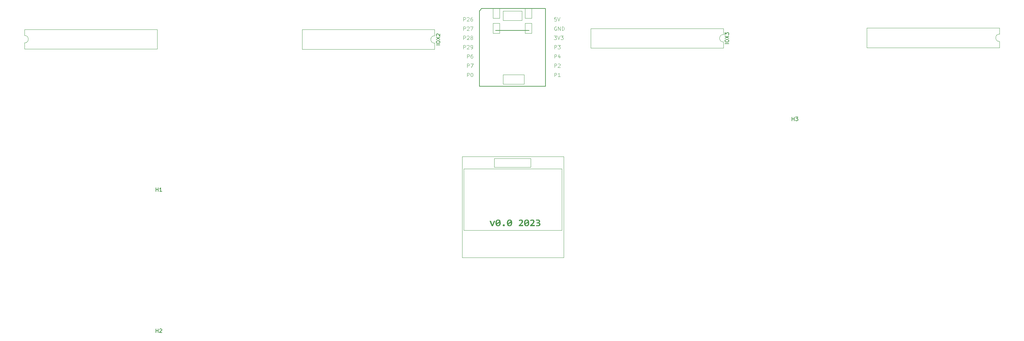
<source format=gbr>
G04 #@! TF.GenerationSoftware,KiCad,Pcbnew,7.0.2*
G04 #@! TF.CreationDate,2023-11-12T18:32:46-08:00*
G04 #@! TF.ProjectId,nomi_hw,6e6f6d69-5f68-4772-9e6b-696361645f70,rev?*
G04 #@! TF.SameCoordinates,Original*
G04 #@! TF.FileFunction,Legend,Top*
G04 #@! TF.FilePolarity,Positive*
%FSLAX46Y46*%
G04 Gerber Fmt 4.6, Leading zero omitted, Abs format (unit mm)*
G04 Created by KiCad (PCBNEW 7.0.2) date 2023-11-12 18:32:46*
%MOMM*%
%LPD*%
G01*
G04 APERTURE LIST*
%ADD10C,0.400000*%
%ADD11C,0.150000*%
%ADD12C,0.100000*%
%ADD13C,0.120000*%
%ADD14C,0.127000*%
%ADD15C,0.066040*%
G04 APERTURE END LIST*
D10*
G36*
X167971109Y-81660000D02*
G01*
X167585205Y-81660000D01*
X167031751Y-80253161D01*
X167405443Y-80253161D01*
X167695115Y-81068443D01*
X167781577Y-81331737D01*
X167867062Y-81079678D01*
X168159665Y-80253161D01*
X168519678Y-80253161D01*
X167971109Y-81660000D01*
G37*
G36*
X169359581Y-79847196D02*
G01*
X169386727Y-79848561D01*
X169413470Y-79850836D01*
X169439810Y-79854022D01*
X169465746Y-79858118D01*
X169491278Y-79863124D01*
X169516407Y-79869040D01*
X169541133Y-79875867D01*
X169565454Y-79883603D01*
X169589372Y-79892250D01*
X169605094Y-79898520D01*
X169628232Y-79908748D01*
X169650752Y-79920015D01*
X169672654Y-79932321D01*
X169693937Y-79945667D01*
X169714602Y-79960051D01*
X169734649Y-79975474D01*
X169754078Y-79991936D01*
X169772889Y-80009437D01*
X169791081Y-80027977D01*
X169808655Y-80047556D01*
X169820027Y-80061186D01*
X169836624Y-80082439D01*
X169852525Y-80104800D01*
X169867731Y-80128269D01*
X169882241Y-80152846D01*
X169896055Y-80178530D01*
X169904878Y-80196268D01*
X169913393Y-80214498D01*
X169921598Y-80233221D01*
X169929494Y-80252436D01*
X169937080Y-80272143D01*
X169944358Y-80292343D01*
X169951327Y-80313035D01*
X169957986Y-80334219D01*
X169961200Y-80344996D01*
X169967352Y-80366884D01*
X169973107Y-80389318D01*
X169978465Y-80412298D01*
X169983426Y-80435824D01*
X169987990Y-80459895D01*
X169992158Y-80484512D01*
X169995928Y-80509675D01*
X169999302Y-80535383D01*
X170002278Y-80561638D01*
X170004858Y-80588437D01*
X170007041Y-80615783D01*
X170008827Y-80643674D01*
X170010216Y-80672112D01*
X170011209Y-80701094D01*
X170011804Y-80730623D01*
X170012002Y-80760697D01*
X170011813Y-80787993D01*
X170011247Y-80814927D01*
X170010302Y-80841498D01*
X170008980Y-80867706D01*
X170007280Y-80893552D01*
X170005202Y-80919035D01*
X170002746Y-80944156D01*
X169999912Y-80968914D01*
X169996701Y-80993310D01*
X169993112Y-81017343D01*
X169989145Y-81041014D01*
X169984800Y-81064322D01*
X169980077Y-81087267D01*
X169974977Y-81109850D01*
X169969498Y-81132070D01*
X169963642Y-81153928D01*
X169957483Y-81175336D01*
X169950972Y-81196327D01*
X169944110Y-81216903D01*
X169936898Y-81237062D01*
X169929334Y-81256806D01*
X169921419Y-81276134D01*
X169913153Y-81295045D01*
X169904535Y-81313541D01*
X169895567Y-81331621D01*
X169886248Y-81349284D01*
X169876577Y-81366532D01*
X169866556Y-81383364D01*
X169850865Y-81407832D01*
X169834384Y-81431363D01*
X169822958Y-81446531D01*
X169805200Y-81468386D01*
X169786728Y-81489253D01*
X169767544Y-81509132D01*
X169747648Y-81528024D01*
X169727038Y-81545929D01*
X169705716Y-81562846D01*
X169683681Y-81578776D01*
X169660934Y-81593718D01*
X169637474Y-81607673D01*
X169613301Y-81620640D01*
X169596789Y-81628736D01*
X169571533Y-81639911D01*
X169545590Y-81649986D01*
X169518960Y-81658961D01*
X169491643Y-81666838D01*
X169463639Y-81673616D01*
X169434948Y-81679295D01*
X169415439Y-81682470D01*
X169395625Y-81685157D01*
X169375505Y-81687355D01*
X169355081Y-81689064D01*
X169334351Y-81690286D01*
X169313315Y-81691018D01*
X169291974Y-81691263D01*
X169264337Y-81690807D01*
X169237111Y-81689442D01*
X169210298Y-81687167D01*
X169183897Y-81683981D01*
X169157908Y-81679885D01*
X169132331Y-81674879D01*
X169107167Y-81668963D01*
X169082414Y-81662137D01*
X169058074Y-81654400D01*
X169034146Y-81645753D01*
X169018422Y-81639483D01*
X168995276Y-81629251D01*
X168972730Y-81617971D01*
X168950785Y-81605643D01*
X168929442Y-81592268D01*
X168908699Y-81577845D01*
X168888558Y-81562375D01*
X168869017Y-81545857D01*
X168850078Y-81528292D01*
X168831740Y-81509679D01*
X168814003Y-81490018D01*
X168802512Y-81476329D01*
X168785915Y-81454905D01*
X168770014Y-81432400D01*
X168754809Y-81408812D01*
X168740298Y-81384142D01*
X168726484Y-81358391D01*
X168717661Y-81340622D01*
X168709147Y-81322373D01*
X168700942Y-81303643D01*
X168693046Y-81284431D01*
X168685459Y-81264739D01*
X168678181Y-81244566D01*
X168671213Y-81223912D01*
X168664553Y-81202778D01*
X168661339Y-81192030D01*
X168655187Y-81170088D01*
X168652550Y-81159790D01*
X169002302Y-81159790D01*
X169010859Y-81183029D01*
X169020042Y-81205116D01*
X169029853Y-81226053D01*
X169040290Y-81245840D01*
X169051354Y-81264476D01*
X169063044Y-81281961D01*
X169075362Y-81298296D01*
X169088306Y-81313480D01*
X169106541Y-81331936D01*
X169125889Y-81348346D01*
X169146207Y-81362771D01*
X169167349Y-81375273D01*
X169189316Y-81385852D01*
X169212107Y-81394508D01*
X169235722Y-81401239D01*
X169260162Y-81406048D01*
X169285426Y-81408933D01*
X169311514Y-81409895D01*
X169335230Y-81408941D01*
X169358445Y-81406079D01*
X169381159Y-81401308D01*
X169403372Y-81394630D01*
X169425084Y-81386043D01*
X169446296Y-81375548D01*
X169454640Y-81370816D01*
X169475112Y-81357638D01*
X169490854Y-81345704D01*
X169506032Y-81332534D01*
X169520644Y-81318128D01*
X169534692Y-81302485D01*
X169548175Y-81285605D01*
X169561093Y-81267489D01*
X169570411Y-81253091D01*
X169582288Y-81232658D01*
X169593492Y-81210928D01*
X169604025Y-81187901D01*
X169611484Y-81169779D01*
X169618565Y-81150927D01*
X169625269Y-81131345D01*
X169631594Y-81111033D01*
X169637542Y-81089992D01*
X169643112Y-81068220D01*
X169646615Y-81053300D01*
X169651504Y-81030304D01*
X169655911Y-81006560D01*
X169659838Y-80982070D01*
X169663285Y-80956832D01*
X169666250Y-80930847D01*
X169668734Y-80904116D01*
X169670738Y-80876637D01*
X169672260Y-80848411D01*
X169673302Y-80819438D01*
X169673730Y-80799708D01*
X169673943Y-80779646D01*
X169673970Y-80769490D01*
X169673604Y-80749829D01*
X169672505Y-80729923D01*
X169671406Y-80709895D01*
X169671039Y-80690844D01*
X169002302Y-81159790D01*
X168652550Y-81159790D01*
X168649433Y-81147616D01*
X168644074Y-81124613D01*
X168639113Y-81101080D01*
X168634549Y-81077017D01*
X168630382Y-81052423D01*
X168626611Y-81027298D01*
X168623237Y-81001643D01*
X168620261Y-80975457D01*
X168617681Y-80948741D01*
X168615498Y-80921495D01*
X168613712Y-80893718D01*
X168612323Y-80865411D01*
X168611331Y-80836573D01*
X168611050Y-80822735D01*
X168948569Y-80822735D01*
X168948981Y-80843389D01*
X168950218Y-80864317D01*
X168951500Y-80878422D01*
X169624633Y-80378213D01*
X169615382Y-80354892D01*
X169605582Y-80332738D01*
X169595232Y-80311752D01*
X169584333Y-80291934D01*
X169572884Y-80273284D01*
X169560886Y-80255802D01*
X169548338Y-80239487D01*
X169535240Y-80224340D01*
X169516922Y-80205961D01*
X169497627Y-80189658D01*
X169477408Y-80175232D01*
X169456319Y-80162730D01*
X169434360Y-80152151D01*
X169411531Y-80143496D01*
X169387832Y-80136764D01*
X169363263Y-80131955D01*
X169337823Y-80129070D01*
X169318173Y-80128168D01*
X169311514Y-80128108D01*
X169287669Y-80129039D01*
X169264373Y-80131829D01*
X169241626Y-80136480D01*
X169219427Y-80142992D01*
X169197776Y-80151364D01*
X169176675Y-80161596D01*
X169168387Y-80166210D01*
X169148197Y-80179119D01*
X169128841Y-80194031D01*
X169113958Y-80207403D01*
X169099608Y-80222058D01*
X169085793Y-80237995D01*
X169072513Y-80255214D01*
X169059766Y-80273715D01*
X169053593Y-80283447D01*
X169041702Y-80303856D01*
X169030451Y-80325518D01*
X169019842Y-80348431D01*
X169009874Y-80372595D01*
X169002819Y-80391540D01*
X168996124Y-80411190D01*
X168989790Y-80431543D01*
X168983816Y-80452600D01*
X168978203Y-80474362D01*
X168976413Y-80481772D01*
X168971437Y-80504507D01*
X168966950Y-80528014D01*
X168962953Y-80552294D01*
X168959445Y-80577347D01*
X168956427Y-80603173D01*
X168953898Y-80629772D01*
X168951859Y-80657143D01*
X168950309Y-80685287D01*
X168949249Y-80714204D01*
X168948814Y-80733912D01*
X168948596Y-80753963D01*
X168948569Y-80764117D01*
X168948569Y-80785148D01*
X168948569Y-80805256D01*
X168948569Y-80822735D01*
X168611050Y-80822735D01*
X168610735Y-80807205D01*
X168610537Y-80777306D01*
X168610728Y-80750012D01*
X168611300Y-80723084D01*
X168612254Y-80696523D01*
X168613590Y-80670327D01*
X168615307Y-80644499D01*
X168617406Y-80619036D01*
X168619887Y-80593941D01*
X168622749Y-80569211D01*
X168625993Y-80544848D01*
X168629618Y-80520851D01*
X168633625Y-80497220D01*
X168638014Y-80473956D01*
X168642785Y-80451058D01*
X168647937Y-80428527D01*
X168653470Y-80406362D01*
X168659385Y-80384563D01*
X168665659Y-80363099D01*
X168672269Y-80342057D01*
X168679215Y-80321440D01*
X168686496Y-80301246D01*
X168694114Y-80281476D01*
X168702067Y-80262129D01*
X168710356Y-80243206D01*
X168718981Y-80224706D01*
X168727941Y-80206631D01*
X168737238Y-80188978D01*
X168746870Y-80171750D01*
X168761948Y-80146701D01*
X168777782Y-80122605D01*
X168794372Y-80099463D01*
X168800069Y-80091960D01*
X168817749Y-80070023D01*
X168836168Y-80049090D01*
X168855324Y-80029162D01*
X168875220Y-80010238D01*
X168895854Y-79992319D01*
X168917226Y-79975405D01*
X168939336Y-79959495D01*
X168962185Y-79944590D01*
X168985773Y-79930690D01*
X169010099Y-79917794D01*
X169026727Y-79909755D01*
X169052319Y-79898494D01*
X169078539Y-79888340D01*
X169105385Y-79879294D01*
X169132858Y-79871356D01*
X169160958Y-79864525D01*
X169189684Y-79858802D01*
X169209184Y-79855602D01*
X169228962Y-79852894D01*
X169249018Y-79850679D01*
X169269353Y-79848956D01*
X169289967Y-79847725D01*
X169310859Y-79846987D01*
X169332030Y-79846741D01*
X169359581Y-79847196D01*
G37*
G36*
X170840963Y-81159790D02*
G01*
X170862286Y-81160529D01*
X170883026Y-81162744D01*
X170903181Y-81166436D01*
X170922753Y-81171605D01*
X170941741Y-81178251D01*
X170947941Y-81180795D01*
X170966145Y-81189204D01*
X170983387Y-81198678D01*
X171002287Y-81211077D01*
X171019878Y-81224925D01*
X171033914Y-81237948D01*
X171049171Y-81254180D01*
X171062886Y-81271674D01*
X171075057Y-81290431D01*
X171085686Y-81310450D01*
X171091067Y-81322456D01*
X171098040Y-81341015D01*
X171103569Y-81360054D01*
X171107657Y-81379574D01*
X171110301Y-81399576D01*
X171111503Y-81420058D01*
X171111584Y-81426992D01*
X171110862Y-81447119D01*
X171108698Y-81466834D01*
X171105092Y-81486137D01*
X171100043Y-81505027D01*
X171093552Y-81523506D01*
X171091067Y-81529574D01*
X171081320Y-81549957D01*
X171070030Y-81569217D01*
X171057197Y-81587356D01*
X171042822Y-81604373D01*
X171033914Y-81613593D01*
X171017445Y-81628493D01*
X170999667Y-81641990D01*
X170980580Y-81654085D01*
X170963177Y-81663336D01*
X170947941Y-81670258D01*
X170929148Y-81677396D01*
X170909770Y-81683058D01*
X170889809Y-81687242D01*
X170869264Y-81689950D01*
X170848135Y-81691181D01*
X170840963Y-81691263D01*
X170820521Y-81690524D01*
X170800594Y-81688309D01*
X170781182Y-81684617D01*
X170762286Y-81679447D01*
X170743905Y-81672801D01*
X170737892Y-81670258D01*
X170717509Y-81660367D01*
X170698248Y-81649073D01*
X170680110Y-81636378D01*
X170663093Y-81622279D01*
X170653872Y-81613593D01*
X170638996Y-81597218D01*
X170625569Y-81579720D01*
X170613591Y-81561100D01*
X170603062Y-81541359D01*
X170597697Y-81529574D01*
X170590724Y-81511233D01*
X170585194Y-81492479D01*
X170581107Y-81473314D01*
X170578463Y-81453736D01*
X170577260Y-81433747D01*
X170577180Y-81426992D01*
X170577902Y-81406349D01*
X170580065Y-81386188D01*
X170583672Y-81366507D01*
X170588721Y-81347308D01*
X170595212Y-81328589D01*
X170597697Y-81322456D01*
X170605923Y-81304601D01*
X170616865Y-81284943D01*
X170629257Y-81266547D01*
X170643099Y-81249413D01*
X170653872Y-81237948D01*
X170670248Y-81222858D01*
X170687746Y-81209217D01*
X170706366Y-81197025D01*
X170726107Y-81186283D01*
X170737892Y-81180795D01*
X170756101Y-81173657D01*
X170774826Y-81167995D01*
X170794066Y-81163811D01*
X170813821Y-81161103D01*
X170834091Y-81159872D01*
X170840963Y-81159790D01*
G37*
G36*
X172435086Y-79847196D02*
G01*
X172462233Y-79848561D01*
X172488976Y-79850836D01*
X172515316Y-79854022D01*
X172541252Y-79858118D01*
X172566784Y-79863124D01*
X172591913Y-79869040D01*
X172616639Y-79875867D01*
X172640960Y-79883603D01*
X172664878Y-79892250D01*
X172680600Y-79898520D01*
X172703738Y-79908748D01*
X172726258Y-79920015D01*
X172748160Y-79932321D01*
X172769443Y-79945667D01*
X172790108Y-79960051D01*
X172810155Y-79975474D01*
X172829584Y-79991936D01*
X172848394Y-80009437D01*
X172866587Y-80027977D01*
X172884161Y-80047556D01*
X172895533Y-80061186D01*
X172912130Y-80082439D01*
X172928031Y-80104800D01*
X172943237Y-80128269D01*
X172957747Y-80152846D01*
X172971561Y-80178530D01*
X172980384Y-80196268D01*
X172988899Y-80214498D01*
X172997104Y-80233221D01*
X173004999Y-80252436D01*
X173012586Y-80272143D01*
X173019864Y-80292343D01*
X173026832Y-80313035D01*
X173033492Y-80334219D01*
X173036706Y-80344996D01*
X173042858Y-80366884D01*
X173048613Y-80389318D01*
X173053971Y-80412298D01*
X173058932Y-80435824D01*
X173063496Y-80459895D01*
X173067663Y-80484512D01*
X173071434Y-80509675D01*
X173074808Y-80535383D01*
X173077784Y-80561638D01*
X173080364Y-80588437D01*
X173082547Y-80615783D01*
X173084333Y-80643674D01*
X173085722Y-80672112D01*
X173086714Y-80701094D01*
X173087310Y-80730623D01*
X173087508Y-80760697D01*
X173087319Y-80787993D01*
X173086753Y-80814927D01*
X173085808Y-80841498D01*
X173084486Y-80867706D01*
X173082786Y-80893552D01*
X173080708Y-80919035D01*
X173078252Y-80944156D01*
X173075418Y-80968914D01*
X173072207Y-80993310D01*
X173068618Y-81017343D01*
X173064651Y-81041014D01*
X173060306Y-81064322D01*
X173055583Y-81087267D01*
X173050483Y-81109850D01*
X173045004Y-81132070D01*
X173039148Y-81153928D01*
X173032989Y-81175336D01*
X173026478Y-81196327D01*
X173019616Y-81216903D01*
X173012404Y-81237062D01*
X173004840Y-81256806D01*
X172996925Y-81276134D01*
X172988659Y-81295045D01*
X172980041Y-81313541D01*
X172971073Y-81331621D01*
X172961754Y-81349284D01*
X172952083Y-81366532D01*
X172942062Y-81383364D01*
X172926371Y-81407832D01*
X172909890Y-81431363D01*
X172898464Y-81446531D01*
X172880706Y-81468386D01*
X172862234Y-81489253D01*
X172843050Y-81509132D01*
X172823154Y-81528024D01*
X172802544Y-81545929D01*
X172781222Y-81562846D01*
X172759187Y-81578776D01*
X172736440Y-81593718D01*
X172712979Y-81607673D01*
X172688807Y-81620640D01*
X172672295Y-81628736D01*
X172647039Y-81639911D01*
X172621096Y-81649986D01*
X172594466Y-81658961D01*
X172567149Y-81666838D01*
X172539145Y-81673616D01*
X172510454Y-81679295D01*
X172490945Y-81682470D01*
X172471131Y-81685157D01*
X172451011Y-81687355D01*
X172430587Y-81689064D01*
X172409856Y-81690286D01*
X172388821Y-81691018D01*
X172367480Y-81691263D01*
X172339843Y-81690807D01*
X172312617Y-81689442D01*
X172285804Y-81687167D01*
X172259403Y-81683981D01*
X172233414Y-81679885D01*
X172207837Y-81674879D01*
X172182672Y-81668963D01*
X172157920Y-81662137D01*
X172133580Y-81654400D01*
X172109651Y-81645753D01*
X172093928Y-81639483D01*
X172070782Y-81629251D01*
X172048236Y-81617971D01*
X172026291Y-81605643D01*
X172004948Y-81592268D01*
X171984205Y-81577845D01*
X171964064Y-81562375D01*
X171944523Y-81545857D01*
X171925584Y-81528292D01*
X171907246Y-81509679D01*
X171889509Y-81490018D01*
X171878018Y-81476329D01*
X171861421Y-81454905D01*
X171845520Y-81432400D01*
X171830314Y-81408812D01*
X171815804Y-81384142D01*
X171801990Y-81358391D01*
X171793167Y-81340622D01*
X171784652Y-81322373D01*
X171776447Y-81303643D01*
X171768552Y-81284431D01*
X171760965Y-81264739D01*
X171753687Y-81244566D01*
X171746719Y-81223912D01*
X171740059Y-81202778D01*
X171736845Y-81192030D01*
X171730693Y-81170088D01*
X171728056Y-81159790D01*
X172077808Y-81159790D01*
X172086365Y-81183029D01*
X172095548Y-81205116D01*
X172105359Y-81226053D01*
X172115796Y-81245840D01*
X172126860Y-81264476D01*
X172138550Y-81281961D01*
X172150868Y-81298296D01*
X172163812Y-81313480D01*
X172182047Y-81331936D01*
X172201395Y-81348346D01*
X172221713Y-81362771D01*
X172242855Y-81375273D01*
X172264822Y-81385852D01*
X172287613Y-81394508D01*
X172311228Y-81401239D01*
X172335668Y-81406048D01*
X172360932Y-81408933D01*
X172387020Y-81409895D01*
X172410736Y-81408941D01*
X172433951Y-81406079D01*
X172456665Y-81401308D01*
X172478878Y-81394630D01*
X172500590Y-81386043D01*
X172521802Y-81375548D01*
X172530146Y-81370816D01*
X172550618Y-81357638D01*
X172566360Y-81345704D01*
X172581538Y-81332534D01*
X172596150Y-81318128D01*
X172610198Y-81302485D01*
X172623681Y-81285605D01*
X172636599Y-81267489D01*
X172645917Y-81253091D01*
X172657793Y-81232658D01*
X172668998Y-81210928D01*
X172679531Y-81187901D01*
X172686990Y-81169779D01*
X172694071Y-81150927D01*
X172700774Y-81131345D01*
X172707100Y-81111033D01*
X172713048Y-81089992D01*
X172718618Y-81068220D01*
X172722121Y-81053300D01*
X172727010Y-81030304D01*
X172731417Y-81006560D01*
X172735344Y-80982070D01*
X172738790Y-80956832D01*
X172741756Y-80930847D01*
X172744240Y-80904116D01*
X172746244Y-80876637D01*
X172747766Y-80848411D01*
X172748808Y-80819438D01*
X172749236Y-80799708D01*
X172749449Y-80779646D01*
X172749476Y-80769490D01*
X172749110Y-80749829D01*
X172748011Y-80729923D01*
X172746912Y-80709895D01*
X172746545Y-80690844D01*
X172077808Y-81159790D01*
X171728056Y-81159790D01*
X171724938Y-81147616D01*
X171719580Y-81124613D01*
X171714619Y-81101080D01*
X171710055Y-81077017D01*
X171705887Y-81052423D01*
X171702117Y-81027298D01*
X171698743Y-81001643D01*
X171695767Y-80975457D01*
X171693187Y-80948741D01*
X171691004Y-80921495D01*
X171689218Y-80893718D01*
X171687829Y-80865411D01*
X171686837Y-80836573D01*
X171686556Y-80822735D01*
X172024075Y-80822735D01*
X172024487Y-80843389D01*
X172025724Y-80864317D01*
X172027006Y-80878422D01*
X172700139Y-80378213D01*
X172690888Y-80354892D01*
X172681088Y-80332738D01*
X172670738Y-80311752D01*
X172659839Y-80291934D01*
X172648390Y-80273284D01*
X172636392Y-80255802D01*
X172623844Y-80239487D01*
X172610746Y-80224340D01*
X172592428Y-80205961D01*
X172573133Y-80189658D01*
X172552914Y-80175232D01*
X172531825Y-80162730D01*
X172509866Y-80152151D01*
X172487037Y-80143496D01*
X172463338Y-80136764D01*
X172438769Y-80131955D01*
X172413329Y-80129070D01*
X172393679Y-80128168D01*
X172387020Y-80128108D01*
X172363175Y-80129039D01*
X172339879Y-80131829D01*
X172317131Y-80136480D01*
X172294933Y-80142992D01*
X172273282Y-80151364D01*
X172252181Y-80161596D01*
X172243893Y-80166210D01*
X172223703Y-80179119D01*
X172204347Y-80194031D01*
X172189464Y-80207403D01*
X172175114Y-80222058D01*
X172161299Y-80237995D01*
X172148019Y-80255214D01*
X172135272Y-80273715D01*
X172129099Y-80283447D01*
X172117208Y-80303856D01*
X172105957Y-80325518D01*
X172095348Y-80348431D01*
X172085380Y-80372595D01*
X172078324Y-80391540D01*
X172071630Y-80411190D01*
X172065296Y-80431543D01*
X172059322Y-80452600D01*
X172053709Y-80474362D01*
X172051919Y-80481772D01*
X172046943Y-80504507D01*
X172042456Y-80528014D01*
X172038459Y-80552294D01*
X172034951Y-80577347D01*
X172031933Y-80603173D01*
X172029404Y-80629772D01*
X172027365Y-80657143D01*
X172025815Y-80685287D01*
X172024755Y-80714204D01*
X172024320Y-80733912D01*
X172024102Y-80753963D01*
X172024075Y-80764117D01*
X172024075Y-80785148D01*
X172024075Y-80805256D01*
X172024075Y-80822735D01*
X171686556Y-80822735D01*
X171686241Y-80807205D01*
X171686043Y-80777306D01*
X171686234Y-80750012D01*
X171686806Y-80723084D01*
X171687760Y-80696523D01*
X171689096Y-80670327D01*
X171690813Y-80644499D01*
X171692912Y-80619036D01*
X171695393Y-80593941D01*
X171698255Y-80569211D01*
X171701499Y-80544848D01*
X171705124Y-80520851D01*
X171709131Y-80497220D01*
X171713520Y-80473956D01*
X171718290Y-80451058D01*
X171723442Y-80428527D01*
X171728976Y-80406362D01*
X171734891Y-80384563D01*
X171741165Y-80363099D01*
X171747775Y-80342057D01*
X171754721Y-80321440D01*
X171762002Y-80301246D01*
X171769620Y-80281476D01*
X171777573Y-80262129D01*
X171785862Y-80243206D01*
X171794487Y-80224706D01*
X171803447Y-80206631D01*
X171812744Y-80188978D01*
X171822376Y-80171750D01*
X171837454Y-80146701D01*
X171853288Y-80122605D01*
X171869877Y-80099463D01*
X171875575Y-80091960D01*
X171893255Y-80070023D01*
X171911674Y-80049090D01*
X171930830Y-80029162D01*
X171950726Y-80010238D01*
X171971359Y-79992319D01*
X171992732Y-79975405D01*
X172014842Y-79959495D01*
X172037691Y-79944590D01*
X172061279Y-79930690D01*
X172085605Y-79917794D01*
X172102233Y-79909755D01*
X172127825Y-79898494D01*
X172154044Y-79888340D01*
X172180891Y-79879294D01*
X172208364Y-79871356D01*
X172236464Y-79864525D01*
X172265190Y-79858802D01*
X172284690Y-79855602D01*
X172304468Y-79852894D01*
X172324524Y-79850679D01*
X172344859Y-79848956D01*
X172365473Y-79847725D01*
X172386365Y-79846987D01*
X172407536Y-79846741D01*
X172435086Y-79847196D01*
G37*
G36*
X174866085Y-81660000D02*
G01*
X174866085Y-81409406D01*
X175290579Y-80992728D01*
X175305352Y-80978018D01*
X175319750Y-80963564D01*
X175333775Y-80949365D01*
X175354111Y-80928547D01*
X175373606Y-80908304D01*
X175392259Y-80888636D01*
X175410071Y-80869544D01*
X175427041Y-80851027D01*
X175443169Y-80833085D01*
X175458457Y-80815718D01*
X175472902Y-80798927D01*
X175482065Y-80788053D01*
X175495329Y-80772096D01*
X175508008Y-80756465D01*
X175524006Y-80736132D01*
X175538966Y-80716379D01*
X175552888Y-80697206D01*
X175565772Y-80678613D01*
X175577617Y-80660600D01*
X175588425Y-80643167D01*
X175593440Y-80634668D01*
X175604996Y-80613712D01*
X175615240Y-80593280D01*
X175624173Y-80573374D01*
X175631794Y-80553992D01*
X175638102Y-80535134D01*
X175643941Y-80513198D01*
X175644731Y-80509616D01*
X175649047Y-80488029D01*
X175652470Y-80466133D01*
X175655000Y-80443928D01*
X175656638Y-80421413D01*
X175657382Y-80398590D01*
X175657431Y-80390914D01*
X175656637Y-80370608D01*
X175654252Y-80350722D01*
X175650279Y-80331258D01*
X175644716Y-80312214D01*
X175640823Y-80301521D01*
X175632832Y-80283298D01*
X175621925Y-80263904D01*
X175609125Y-80246036D01*
X175594433Y-80229695D01*
X175592463Y-80227759D01*
X175575763Y-80212922D01*
X175559397Y-80201241D01*
X175541395Y-80190776D01*
X175521757Y-80181526D01*
X175512840Y-80177934D01*
X175491241Y-80170701D01*
X175471687Y-80165915D01*
X175451170Y-80162435D01*
X175429692Y-80160260D01*
X175407252Y-80159390D01*
X175403419Y-80159371D01*
X175383677Y-80159745D01*
X175357768Y-80161405D01*
X175332332Y-80164393D01*
X175307370Y-80168709D01*
X175282881Y-80174354D01*
X175258865Y-80181326D01*
X175235322Y-80189627D01*
X175212253Y-80199255D01*
X175206559Y-80201870D01*
X175184112Y-80212945D01*
X175161954Y-80224920D01*
X175140087Y-80237796D01*
X175118510Y-80251573D01*
X175097222Y-80266251D01*
X175081447Y-80277850D01*
X175065835Y-80289956D01*
X175050386Y-80302568D01*
X175035101Y-80315687D01*
X174857780Y-80086587D01*
X174872488Y-80073140D01*
X174887425Y-80060033D01*
X174902591Y-80047266D01*
X174917986Y-80034838D01*
X174933610Y-80022750D01*
X174949463Y-80011002D01*
X174965545Y-79999593D01*
X174981856Y-79988524D01*
X174998396Y-79977794D01*
X175015164Y-79967404D01*
X175032162Y-79957354D01*
X175049389Y-79947643D01*
X175066845Y-79938273D01*
X175084529Y-79929241D01*
X175102443Y-79920550D01*
X175120586Y-79912198D01*
X175138997Y-79904271D01*
X175157596Y-79896856D01*
X175176382Y-79889953D01*
X175195355Y-79883560D01*
X175214514Y-79877679D01*
X175233861Y-79872310D01*
X175253395Y-79867452D01*
X175273115Y-79863105D01*
X175293023Y-79859269D01*
X175313118Y-79855946D01*
X175333399Y-79853133D01*
X175353868Y-79850832D01*
X175374524Y-79849042D01*
X175395367Y-79847763D01*
X175416396Y-79846996D01*
X175437613Y-79846741D01*
X175462124Y-79847037D01*
X175486196Y-79847926D01*
X175509831Y-79849407D01*
X175533028Y-79851480D01*
X175555787Y-79854147D01*
X175578108Y-79857405D01*
X175599991Y-79861256D01*
X175621436Y-79865700D01*
X175642443Y-79870736D01*
X175663013Y-79876365D01*
X175676482Y-79880446D01*
X175696270Y-79886958D01*
X175715517Y-79894036D01*
X175734223Y-79901681D01*
X175752389Y-79909893D01*
X175770013Y-79918671D01*
X175792670Y-79931257D01*
X175814366Y-79944851D01*
X175835100Y-79959452D01*
X175854872Y-79975061D01*
X175859665Y-79979120D01*
X175878181Y-79995996D01*
X175895629Y-80013894D01*
X175912009Y-80032815D01*
X175927320Y-80052759D01*
X175941562Y-80073726D01*
X175954736Y-80095716D01*
X175966841Y-80118728D01*
X175975219Y-80136658D01*
X175977878Y-80142763D01*
X175985386Y-80161439D01*
X175992155Y-80180647D01*
X175998186Y-80200388D01*
X176003478Y-80220661D01*
X176008032Y-80241467D01*
X176011847Y-80262804D01*
X176014924Y-80284675D01*
X176017262Y-80307077D01*
X176018862Y-80330012D01*
X176019724Y-80353480D01*
X176019888Y-80369420D01*
X176019635Y-80389263D01*
X176018875Y-80408856D01*
X176017073Y-80434593D01*
X176014371Y-80459887D01*
X176010769Y-80484739D01*
X176006266Y-80509148D01*
X176000862Y-80533115D01*
X175994557Y-80556638D01*
X175991067Y-80568234D01*
X175983450Y-80591124D01*
X175975008Y-80613877D01*
X175965742Y-80636492D01*
X175955652Y-80658970D01*
X175944737Y-80681311D01*
X175932998Y-80703514D01*
X175920435Y-80725580D01*
X175907048Y-80747508D01*
X175892966Y-80769253D01*
X175881873Y-80785572D01*
X175870325Y-80801900D01*
X175858323Y-80818236D01*
X175845865Y-80834581D01*
X175832952Y-80850934D01*
X175819584Y-80867296D01*
X175805761Y-80883666D01*
X175791483Y-80900046D01*
X175776749Y-80916433D01*
X175771737Y-80921898D01*
X175756514Y-80938374D01*
X175740888Y-80955014D01*
X175724858Y-80971816D01*
X175708425Y-80988782D01*
X175691588Y-81005911D01*
X175674347Y-81023203D01*
X175656703Y-81040658D01*
X175638655Y-81058277D01*
X175620204Y-81076058D01*
X175601349Y-81094003D01*
X175588555Y-81106057D01*
X175327704Y-81347369D01*
X176084856Y-81347369D01*
X176084856Y-81660000D01*
X174866085Y-81660000D01*
G37*
G36*
X177048345Y-79847196D02*
G01*
X177075492Y-79848561D01*
X177102235Y-79850836D01*
X177128575Y-79854022D01*
X177154511Y-79858118D01*
X177180043Y-79863124D01*
X177205172Y-79869040D01*
X177229897Y-79875867D01*
X177254219Y-79883603D01*
X177278137Y-79892250D01*
X177293859Y-79898520D01*
X177316997Y-79908748D01*
X177339517Y-79920015D01*
X177361418Y-79932321D01*
X177382702Y-79945667D01*
X177403367Y-79960051D01*
X177423414Y-79975474D01*
X177442843Y-79991936D01*
X177461653Y-80009437D01*
X177479846Y-80027977D01*
X177497420Y-80047556D01*
X177508792Y-80061186D01*
X177525389Y-80082439D01*
X177541290Y-80104800D01*
X177556495Y-80128269D01*
X177571005Y-80152846D01*
X177584820Y-80178530D01*
X177593643Y-80196268D01*
X177602157Y-80214498D01*
X177610362Y-80233221D01*
X177618258Y-80252436D01*
X177625845Y-80272143D01*
X177633123Y-80292343D01*
X177640091Y-80313035D01*
X177646751Y-80334219D01*
X177649965Y-80344996D01*
X177656116Y-80366884D01*
X177661871Y-80389318D01*
X177667230Y-80412298D01*
X177672191Y-80435824D01*
X177676755Y-80459895D01*
X177680922Y-80484512D01*
X177684693Y-80509675D01*
X177688066Y-80535383D01*
X177691043Y-80561638D01*
X177693623Y-80588437D01*
X177695806Y-80615783D01*
X177697592Y-80643674D01*
X177698981Y-80672112D01*
X177699973Y-80701094D01*
X177700569Y-80730623D01*
X177700767Y-80760697D01*
X177700578Y-80787993D01*
X177700011Y-80814927D01*
X177699067Y-80841498D01*
X177697745Y-80867706D01*
X177696044Y-80893552D01*
X177693966Y-80919035D01*
X177691511Y-80944156D01*
X177688677Y-80968914D01*
X177685466Y-80993310D01*
X177681876Y-81017343D01*
X177677909Y-81041014D01*
X177673565Y-81064322D01*
X177668842Y-81087267D01*
X177663741Y-81109850D01*
X177658263Y-81132070D01*
X177652407Y-81153928D01*
X177646248Y-81175336D01*
X177639737Y-81196327D01*
X177632875Y-81216903D01*
X177625662Y-81237062D01*
X177618099Y-81256806D01*
X177610184Y-81276134D01*
X177601917Y-81295045D01*
X177593300Y-81313541D01*
X177584332Y-81331621D01*
X177575013Y-81349284D01*
X177565342Y-81366532D01*
X177555321Y-81383364D01*
X177539630Y-81407832D01*
X177523149Y-81431363D01*
X177511723Y-81446531D01*
X177493965Y-81468386D01*
X177475493Y-81489253D01*
X177456309Y-81509132D01*
X177436412Y-81528024D01*
X177415803Y-81545929D01*
X177394481Y-81562846D01*
X177372446Y-81578776D01*
X177349699Y-81593718D01*
X177326238Y-81607673D01*
X177302065Y-81620640D01*
X177285554Y-81628736D01*
X177260298Y-81639911D01*
X177234355Y-81649986D01*
X177207725Y-81658961D01*
X177180408Y-81666838D01*
X177152404Y-81673616D01*
X177123713Y-81679295D01*
X177104204Y-81682470D01*
X177084390Y-81685157D01*
X177064270Y-81687355D01*
X177043845Y-81689064D01*
X177023115Y-81690286D01*
X177002080Y-81691018D01*
X176980739Y-81691263D01*
X176953102Y-81690807D01*
X176925876Y-81689442D01*
X176899063Y-81687167D01*
X176872662Y-81683981D01*
X176846673Y-81679885D01*
X176821096Y-81674879D01*
X176795931Y-81668963D01*
X176771179Y-81662137D01*
X176746839Y-81654400D01*
X176722910Y-81645753D01*
X176707187Y-81639483D01*
X176684040Y-81629251D01*
X176661495Y-81617971D01*
X176639550Y-81605643D01*
X176618206Y-81592268D01*
X176597464Y-81577845D01*
X176577323Y-81562375D01*
X176557782Y-81545857D01*
X176538843Y-81528292D01*
X176520505Y-81509679D01*
X176502767Y-81490018D01*
X176491277Y-81476329D01*
X176474680Y-81454905D01*
X176458779Y-81432400D01*
X176443573Y-81408812D01*
X176429063Y-81384142D01*
X176415249Y-81358391D01*
X176406426Y-81340622D01*
X176397911Y-81322373D01*
X176389706Y-81303643D01*
X176381810Y-81284431D01*
X176374224Y-81264739D01*
X176366946Y-81244566D01*
X176359977Y-81223912D01*
X176353318Y-81202778D01*
X176350104Y-81192030D01*
X176343952Y-81170088D01*
X176341315Y-81159790D01*
X176691067Y-81159790D01*
X176699624Y-81183029D01*
X176708807Y-81205116D01*
X176718617Y-81226053D01*
X176729055Y-81245840D01*
X176740119Y-81264476D01*
X176751809Y-81281961D01*
X176764127Y-81298296D01*
X176777071Y-81313480D01*
X176795305Y-81331936D01*
X176814654Y-81348346D01*
X176834972Y-81362771D01*
X176856114Y-81375273D01*
X176878081Y-81385852D01*
X176900872Y-81394508D01*
X176924487Y-81401239D01*
X176948927Y-81406048D01*
X176974190Y-81408933D01*
X177000279Y-81409895D01*
X177023995Y-81408941D01*
X177047210Y-81406079D01*
X177069924Y-81401308D01*
X177092137Y-81394630D01*
X177113849Y-81386043D01*
X177135061Y-81375548D01*
X177143405Y-81370816D01*
X177163877Y-81357638D01*
X177179619Y-81345704D01*
X177194797Y-81332534D01*
X177209409Y-81318128D01*
X177223457Y-81302485D01*
X177236940Y-81285605D01*
X177249858Y-81267489D01*
X177259176Y-81253091D01*
X177271052Y-81232658D01*
X177282257Y-81210928D01*
X177292790Y-81187901D01*
X177300249Y-81169779D01*
X177307330Y-81150927D01*
X177314033Y-81131345D01*
X177320359Y-81111033D01*
X177326307Y-81089992D01*
X177331876Y-81068220D01*
X177335380Y-81053300D01*
X177340268Y-81030304D01*
X177344676Y-81006560D01*
X177348603Y-80982070D01*
X177352049Y-80956832D01*
X177355015Y-80930847D01*
X177357499Y-80904116D01*
X177359503Y-80876637D01*
X177361025Y-80848411D01*
X177362067Y-80819438D01*
X177362495Y-80799708D01*
X177362708Y-80779646D01*
X177362735Y-80769490D01*
X177362369Y-80749829D01*
X177361270Y-80729923D01*
X177360170Y-80709895D01*
X177359804Y-80690844D01*
X176691067Y-81159790D01*
X176341315Y-81159790D01*
X176338197Y-81147616D01*
X176332839Y-81124613D01*
X176327878Y-81101080D01*
X176323314Y-81077017D01*
X176319146Y-81052423D01*
X176315376Y-81027298D01*
X176312002Y-81001643D01*
X176309026Y-80975457D01*
X176306446Y-80948741D01*
X176304263Y-80921495D01*
X176302477Y-80893718D01*
X176301088Y-80865411D01*
X176300095Y-80836573D01*
X176299815Y-80822735D01*
X176637334Y-80822735D01*
X176637746Y-80843389D01*
X176638982Y-80864317D01*
X176640265Y-80878422D01*
X177313398Y-80378213D01*
X177304147Y-80354892D01*
X177294347Y-80332738D01*
X177283997Y-80311752D01*
X177273098Y-80291934D01*
X177261649Y-80273284D01*
X177249651Y-80255802D01*
X177237103Y-80239487D01*
X177224005Y-80224340D01*
X177205687Y-80205961D01*
X177186392Y-80189658D01*
X177166173Y-80175232D01*
X177145084Y-80162730D01*
X177123125Y-80152151D01*
X177100296Y-80143496D01*
X177076597Y-80136764D01*
X177052028Y-80131955D01*
X177026588Y-80129070D01*
X177006938Y-80128168D01*
X177000279Y-80128108D01*
X176976434Y-80129039D01*
X176953138Y-80131829D01*
X176930390Y-80136480D01*
X176908191Y-80142992D01*
X176886541Y-80151364D01*
X176865439Y-80161596D01*
X176857152Y-80166210D01*
X176836962Y-80179119D01*
X176817606Y-80194031D01*
X176802722Y-80207403D01*
X176788373Y-80222058D01*
X176774558Y-80237995D01*
X176761277Y-80255214D01*
X176748531Y-80273715D01*
X176742358Y-80283447D01*
X176730467Y-80303856D01*
X176719216Y-80325518D01*
X176708607Y-80348431D01*
X176698639Y-80372595D01*
X176691583Y-80391540D01*
X176684889Y-80411190D01*
X176678555Y-80431543D01*
X176672581Y-80452600D01*
X176666968Y-80474362D01*
X176665177Y-80481772D01*
X176660201Y-80504507D01*
X176655715Y-80528014D01*
X176651718Y-80552294D01*
X176648210Y-80577347D01*
X176645192Y-80603173D01*
X176642663Y-80629772D01*
X176640624Y-80657143D01*
X176639074Y-80685287D01*
X176638014Y-80714204D01*
X176637578Y-80733912D01*
X176637361Y-80753963D01*
X176637334Y-80764117D01*
X176637334Y-80785148D01*
X176637334Y-80805256D01*
X176637334Y-80822735D01*
X176299815Y-80822735D01*
X176299500Y-80807205D01*
X176299302Y-80777306D01*
X176299492Y-80750012D01*
X176300065Y-80723084D01*
X176301019Y-80696523D01*
X176302355Y-80670327D01*
X176304072Y-80644499D01*
X176306171Y-80619036D01*
X176308652Y-80593941D01*
X176311514Y-80569211D01*
X176314758Y-80544848D01*
X176318383Y-80520851D01*
X176322390Y-80497220D01*
X176326779Y-80473956D01*
X176331549Y-80451058D01*
X176336701Y-80428527D01*
X176342235Y-80406362D01*
X176348150Y-80384563D01*
X176354424Y-80363099D01*
X176361034Y-80342057D01*
X176367980Y-80321440D01*
X176375261Y-80301246D01*
X176382879Y-80281476D01*
X176390832Y-80262129D01*
X176399121Y-80243206D01*
X176407745Y-80224706D01*
X176416706Y-80206631D01*
X176426003Y-80188978D01*
X176435635Y-80171750D01*
X176450713Y-80146701D01*
X176466547Y-80122605D01*
X176483136Y-80099463D01*
X176488834Y-80091960D01*
X176506514Y-80070023D01*
X176524932Y-80049090D01*
X176544089Y-80029162D01*
X176563985Y-80010238D01*
X176584618Y-79992319D01*
X176605991Y-79975405D01*
X176628101Y-79959495D01*
X176650950Y-79944590D01*
X176674538Y-79930690D01*
X176698864Y-79917794D01*
X176715491Y-79909755D01*
X176741084Y-79898494D01*
X176767303Y-79888340D01*
X176794150Y-79879294D01*
X176821623Y-79871356D01*
X176849722Y-79864525D01*
X176878449Y-79858802D01*
X176897949Y-79855602D01*
X176917726Y-79852894D01*
X176937783Y-79850679D01*
X176958118Y-79848956D01*
X176978732Y-79847725D01*
X176999624Y-79846987D01*
X177020795Y-79846741D01*
X177048345Y-79847196D01*
G37*
G36*
X177941591Y-81660000D02*
G01*
X177941591Y-81409406D01*
X178366085Y-80992728D01*
X178380858Y-80978018D01*
X178395256Y-80963564D01*
X178409281Y-80949365D01*
X178429617Y-80928547D01*
X178449112Y-80908304D01*
X178467765Y-80888636D01*
X178485577Y-80869544D01*
X178502547Y-80851027D01*
X178518675Y-80833085D01*
X178533962Y-80815718D01*
X178548408Y-80798927D01*
X178557571Y-80788053D01*
X178570835Y-80772096D01*
X178583514Y-80756465D01*
X178599512Y-80736132D01*
X178614472Y-80716379D01*
X178628394Y-80697206D01*
X178641278Y-80678613D01*
X178653123Y-80660600D01*
X178663931Y-80643167D01*
X178668946Y-80634668D01*
X178680502Y-80613712D01*
X178690746Y-80593280D01*
X178699679Y-80573374D01*
X178707300Y-80553992D01*
X178713608Y-80535134D01*
X178719447Y-80513198D01*
X178720237Y-80509616D01*
X178724553Y-80488029D01*
X178727976Y-80466133D01*
X178730506Y-80443928D01*
X178732144Y-80421413D01*
X178732888Y-80398590D01*
X178732937Y-80390914D01*
X178732143Y-80370608D01*
X178729758Y-80350722D01*
X178725785Y-80331258D01*
X178720221Y-80312214D01*
X178716329Y-80301521D01*
X178708338Y-80283298D01*
X178697431Y-80263904D01*
X178684631Y-80246036D01*
X178669938Y-80229695D01*
X178667969Y-80227759D01*
X178651269Y-80212922D01*
X178634903Y-80201241D01*
X178616901Y-80190776D01*
X178597263Y-80181526D01*
X178588346Y-80177934D01*
X178566747Y-80170701D01*
X178547193Y-80165915D01*
X178526676Y-80162435D01*
X178505198Y-80160260D01*
X178482758Y-80159390D01*
X178478925Y-80159371D01*
X178459183Y-80159745D01*
X178433274Y-80161405D01*
X178407838Y-80164393D01*
X178382876Y-80168709D01*
X178358387Y-80174354D01*
X178334371Y-80181326D01*
X178310828Y-80189627D01*
X178287759Y-80199255D01*
X178282065Y-80201870D01*
X178259618Y-80212945D01*
X178237460Y-80224920D01*
X178215593Y-80237796D01*
X178194016Y-80251573D01*
X178172728Y-80266251D01*
X178156953Y-80277850D01*
X178141341Y-80289956D01*
X178125892Y-80302568D01*
X178110607Y-80315687D01*
X177933286Y-80086587D01*
X177947994Y-80073140D01*
X177962931Y-80060033D01*
X177978097Y-80047266D01*
X177993492Y-80034838D01*
X178009116Y-80022750D01*
X178024969Y-80011002D01*
X178041051Y-79999593D01*
X178057362Y-79988524D01*
X178073901Y-79977794D01*
X178090670Y-79967404D01*
X178107668Y-79957354D01*
X178124895Y-79947643D01*
X178142351Y-79938273D01*
X178160035Y-79929241D01*
X178177949Y-79920550D01*
X178196092Y-79912198D01*
X178214503Y-79904271D01*
X178233102Y-79896856D01*
X178251888Y-79889953D01*
X178270860Y-79883560D01*
X178290020Y-79877679D01*
X178309367Y-79872310D01*
X178328901Y-79867452D01*
X178348621Y-79863105D01*
X178368529Y-79859269D01*
X178388624Y-79855946D01*
X178408905Y-79853133D01*
X178429374Y-79850832D01*
X178450030Y-79849042D01*
X178470872Y-79847763D01*
X178491902Y-79846996D01*
X178513119Y-79846741D01*
X178537629Y-79847037D01*
X178561702Y-79847926D01*
X178585337Y-79849407D01*
X178608534Y-79851480D01*
X178631293Y-79854147D01*
X178653614Y-79857405D01*
X178675497Y-79861256D01*
X178696942Y-79865700D01*
X178717949Y-79870736D01*
X178738519Y-79876365D01*
X178751988Y-79880446D01*
X178771776Y-79886958D01*
X178791023Y-79894036D01*
X178809729Y-79901681D01*
X178827894Y-79909893D01*
X178845519Y-79918671D01*
X178868176Y-79931257D01*
X178889872Y-79944851D01*
X178910605Y-79959452D01*
X178930378Y-79975061D01*
X178935170Y-79979120D01*
X178953687Y-79995996D01*
X178971135Y-80013894D01*
X178987515Y-80032815D01*
X179002826Y-80052759D01*
X179017068Y-80073726D01*
X179030242Y-80095716D01*
X179042347Y-80118728D01*
X179050725Y-80136658D01*
X179053384Y-80142763D01*
X179060892Y-80161439D01*
X179067661Y-80180647D01*
X179073691Y-80200388D01*
X179078984Y-80220661D01*
X179083538Y-80241467D01*
X179087353Y-80262804D01*
X179090430Y-80284675D01*
X179092768Y-80307077D01*
X179094368Y-80330012D01*
X179095230Y-80353480D01*
X179095394Y-80369420D01*
X179095140Y-80389263D01*
X179094381Y-80408856D01*
X179092579Y-80434593D01*
X179089877Y-80459887D01*
X179086275Y-80484739D01*
X179081772Y-80509148D01*
X179076368Y-80533115D01*
X179070063Y-80556638D01*
X179066573Y-80568234D01*
X179058956Y-80591124D01*
X179050514Y-80613877D01*
X179041248Y-80636492D01*
X179031158Y-80658970D01*
X179020243Y-80681311D01*
X179008504Y-80703514D01*
X178995941Y-80725580D01*
X178982554Y-80747508D01*
X178968471Y-80769253D01*
X178957379Y-80785572D01*
X178945831Y-80801900D01*
X178933829Y-80818236D01*
X178921371Y-80834581D01*
X178908458Y-80850934D01*
X178895090Y-80867296D01*
X178881267Y-80883666D01*
X178866989Y-80900046D01*
X178852255Y-80916433D01*
X178847243Y-80921898D01*
X178832020Y-80938374D01*
X178816394Y-80955014D01*
X178800364Y-80971816D01*
X178783931Y-80988782D01*
X178767094Y-81005911D01*
X178749853Y-81023203D01*
X178732209Y-81040658D01*
X178714161Y-81058277D01*
X178695710Y-81076058D01*
X178676855Y-81094003D01*
X178664061Y-81106057D01*
X178403210Y-81347369D01*
X179160362Y-81347369D01*
X179160362Y-81660000D01*
X177941591Y-81660000D01*
G37*
G36*
X180703489Y-81125596D02*
G01*
X180703051Y-81149915D01*
X180701737Y-81173779D01*
X180699547Y-81197187D01*
X180696482Y-81220141D01*
X180692541Y-81242640D01*
X180687724Y-81264683D01*
X180682031Y-81286271D01*
X180675462Y-81307404D01*
X180668017Y-81328083D01*
X180659697Y-81348306D01*
X180653663Y-81361535D01*
X180643944Y-81380865D01*
X180633290Y-81399654D01*
X180621699Y-81417902D01*
X180609173Y-81435609D01*
X180595710Y-81452775D01*
X180581312Y-81469400D01*
X180565978Y-81485485D01*
X180549707Y-81501028D01*
X180532501Y-81516030D01*
X180514359Y-81530492D01*
X180501744Y-81539832D01*
X180482134Y-81553270D01*
X180461587Y-81566107D01*
X180440105Y-81578343D01*
X180417686Y-81589978D01*
X180394332Y-81601012D01*
X180370042Y-81611445D01*
X180344816Y-81621277D01*
X180318654Y-81630507D01*
X180291555Y-81639137D01*
X180263521Y-81647165D01*
X180244312Y-81652184D01*
X180224738Y-81656916D01*
X180204730Y-81661343D01*
X180184286Y-81665464D01*
X180163407Y-81669281D01*
X180142093Y-81672792D01*
X180120344Y-81675997D01*
X180098160Y-81678898D01*
X180075540Y-81681493D01*
X180052486Y-81683783D01*
X180028997Y-81685767D01*
X180005072Y-81687446D01*
X179980713Y-81688820D01*
X179955919Y-81689889D01*
X179930689Y-81690652D01*
X179905024Y-81691110D01*
X179878925Y-81691263D01*
X179858365Y-81691146D01*
X179837291Y-81690795D01*
X179815703Y-81690211D01*
X179793600Y-81689393D01*
X179780739Y-81688820D01*
X179758323Y-81687681D01*
X179735953Y-81686403D01*
X179713630Y-81684983D01*
X179691354Y-81683424D01*
X179678646Y-81682470D01*
X179656536Y-81680690D01*
X179634661Y-81678770D01*
X179613019Y-81676710D01*
X179591611Y-81674509D01*
X179579483Y-81673189D01*
X179558983Y-81670721D01*
X179539372Y-81668019D01*
X179518046Y-81664646D01*
X179497881Y-81660967D01*
X179493021Y-81660000D01*
X179493021Y-81378632D01*
X179514972Y-81381975D01*
X179537595Y-81385165D01*
X179560890Y-81388203D01*
X179584856Y-81391088D01*
X179609494Y-81393821D01*
X179634804Y-81396400D01*
X179660785Y-81398828D01*
X179680712Y-81400548D01*
X179687438Y-81401102D01*
X179707757Y-81402673D01*
X179728231Y-81404090D01*
X179748859Y-81405352D01*
X179769641Y-81406460D01*
X179790579Y-81407413D01*
X179811670Y-81408212D01*
X179832917Y-81408856D01*
X179854317Y-81409345D01*
X179875873Y-81409680D01*
X179897583Y-81409860D01*
X179912142Y-81409895D01*
X179933208Y-81409732D01*
X179953724Y-81409242D01*
X179973691Y-81408427D01*
X179999459Y-81406831D01*
X180024249Y-81404656D01*
X180048063Y-81401901D01*
X180070900Y-81398565D01*
X180092759Y-81394650D01*
X180108513Y-81391332D01*
X180128694Y-81386432D01*
X180147958Y-81381013D01*
X180170751Y-81373509D01*
X180192113Y-81365195D01*
X180212043Y-81356069D01*
X180230543Y-81346132D01*
X180244312Y-81337599D01*
X180260412Y-81326203D01*
X180277906Y-81311456D01*
X180293408Y-81295542D01*
X180306917Y-81278461D01*
X180318435Y-81260211D01*
X180323447Y-81250648D01*
X180332079Y-81230601D01*
X180338926Y-81209661D01*
X180343986Y-81187828D01*
X180347260Y-81165102D01*
X180348625Y-81145482D01*
X180348848Y-81133412D01*
X180347921Y-81112008D01*
X180345139Y-81091395D01*
X180340502Y-81071571D01*
X180334010Y-81052537D01*
X180325664Y-81034293D01*
X180322470Y-81028387D01*
X180311782Y-81011134D01*
X180299137Y-80994911D01*
X180284534Y-80979718D01*
X180267973Y-80965556D01*
X180249455Y-80952424D01*
X180242847Y-80948276D01*
X180225468Y-80938265D01*
X180206611Y-80928994D01*
X180186275Y-80920462D01*
X180164460Y-80912670D01*
X180141166Y-80905617D01*
X180121467Y-80900507D01*
X180106071Y-80896985D01*
X180084829Y-80892634D01*
X180062626Y-80888864D01*
X180039461Y-80885673D01*
X180015334Y-80883063D01*
X179990246Y-80881033D01*
X179964196Y-80879583D01*
X179944027Y-80878876D01*
X179923318Y-80878495D01*
X179909211Y-80878422D01*
X179709909Y-80878422D01*
X179709909Y-80628318D01*
X179892602Y-80628318D01*
X179912426Y-80628129D01*
X179937843Y-80627289D01*
X179962099Y-80625778D01*
X179985195Y-80623595D01*
X180007131Y-80620740D01*
X180027907Y-80617214D01*
X180047523Y-80613016D01*
X180070411Y-80606824D01*
X180091842Y-80599597D01*
X180111866Y-80591655D01*
X180130482Y-80582996D01*
X180147691Y-80573623D01*
X180166485Y-80561430D01*
X180183251Y-80548206D01*
X180198146Y-80534004D01*
X180211324Y-80518874D01*
X180222784Y-80502817D01*
X180232527Y-80485833D01*
X180240553Y-80467921D01*
X180242847Y-80461744D01*
X180248989Y-80442888D01*
X180253860Y-80423688D01*
X180257461Y-80404145D01*
X180259791Y-80384258D01*
X180260850Y-80364028D01*
X180260921Y-80357208D01*
X180260290Y-80336619D01*
X180258396Y-80316983D01*
X180253908Y-80292283D01*
X180247176Y-80269279D01*
X180238200Y-80247969D01*
X180226980Y-80228353D01*
X180213517Y-80210432D01*
X180197809Y-80194205D01*
X180189113Y-80186727D01*
X180170062Y-80172988D01*
X180148569Y-80161081D01*
X180124633Y-80151006D01*
X180105078Y-80144652D01*
X180084150Y-80139328D01*
X180061847Y-80135035D01*
X180038171Y-80131772D01*
X180013121Y-80129539D01*
X179986697Y-80128337D01*
X179968318Y-80128108D01*
X179948193Y-80128259D01*
X179928121Y-80128709D01*
X179908099Y-80129461D01*
X179888130Y-80130513D01*
X179868212Y-80131865D01*
X179848345Y-80133518D01*
X179828530Y-80135471D01*
X179808766Y-80137725D01*
X179789054Y-80140280D01*
X179769393Y-80143135D01*
X179756315Y-80145205D01*
X179736742Y-80148510D01*
X179717040Y-80152012D01*
X179697209Y-80155711D01*
X179677249Y-80159608D01*
X179657160Y-80163702D01*
X179636943Y-80167994D01*
X179616597Y-80172484D01*
X179596122Y-80177171D01*
X179575518Y-80182055D01*
X179554786Y-80187137D01*
X179540893Y-80190635D01*
X179540893Y-79909267D01*
X179560136Y-79904067D01*
X179579094Y-79899154D01*
X179601465Y-79893635D01*
X179623424Y-79888529D01*
X179644971Y-79883835D01*
X179659106Y-79880935D01*
X179680172Y-79876842D01*
X179701238Y-79872989D01*
X179722304Y-79869377D01*
X179743370Y-79866005D01*
X179764436Y-79862874D01*
X179771458Y-79861884D01*
X179792741Y-79858941D01*
X179814094Y-79856342D01*
X179835514Y-79854087D01*
X179857004Y-79852175D01*
X179878562Y-79850607D01*
X179885764Y-79850160D01*
X179907534Y-79848998D01*
X179929613Y-79848076D01*
X179952001Y-79847395D01*
X179974699Y-79846954D01*
X179997705Y-79846754D01*
X180005443Y-79846741D01*
X180032964Y-79847024D01*
X180059842Y-79847874D01*
X180086076Y-79849291D01*
X180111665Y-79851274D01*
X180136611Y-79853825D01*
X180160913Y-79856942D01*
X180184570Y-79860625D01*
X180207584Y-79864876D01*
X180229954Y-79869693D01*
X180251679Y-79875077D01*
X180265806Y-79878981D01*
X180286466Y-79885175D01*
X180306501Y-79891849D01*
X180325908Y-79899005D01*
X180344688Y-79906641D01*
X180362842Y-79914758D01*
X180386072Y-79926329D01*
X180408187Y-79938755D01*
X180429188Y-79952036D01*
X180449075Y-79966172D01*
X180453872Y-79969839D01*
X180472336Y-79984906D01*
X180489624Y-80000797D01*
X180505736Y-80017512D01*
X180520673Y-80035052D01*
X180534434Y-80053416D01*
X180547021Y-80072604D01*
X180558431Y-80092617D01*
X180568667Y-80113454D01*
X180577711Y-80134886D01*
X180585550Y-80156929D01*
X180592183Y-80179583D01*
X180597609Y-80202847D01*
X180601830Y-80226721D01*
X180604845Y-80251207D01*
X180606654Y-80276303D01*
X180607257Y-80302009D01*
X180606965Y-80322402D01*
X180606089Y-80342302D01*
X180603681Y-80371229D01*
X180599958Y-80399048D01*
X180594922Y-80425760D01*
X180588572Y-80451364D01*
X180580909Y-80475860D01*
X180571931Y-80499249D01*
X180561640Y-80521530D01*
X180550035Y-80542703D01*
X180537117Y-80562769D01*
X180532519Y-80569211D01*
X180517977Y-80587845D01*
X180502380Y-80605647D01*
X180485726Y-80622616D01*
X180468016Y-80638751D01*
X180449250Y-80654054D01*
X180429427Y-80668524D01*
X180408549Y-80682161D01*
X180386614Y-80694965D01*
X180363623Y-80706937D01*
X180339576Y-80718075D01*
X180322958Y-80725038D01*
X180344314Y-80728763D01*
X180365151Y-80733098D01*
X180385469Y-80738044D01*
X180405268Y-80743600D01*
X180424548Y-80749767D01*
X180443309Y-80756545D01*
X180461551Y-80763934D01*
X180479274Y-80771933D01*
X180500755Y-80782637D01*
X180521234Y-80794296D01*
X180540711Y-80806909D01*
X180559187Y-80820476D01*
X180576661Y-80834997D01*
X180593133Y-80850472D01*
X180599441Y-80856929D01*
X180614592Y-80873492D01*
X180628598Y-80890818D01*
X180641459Y-80908907D01*
X180653175Y-80927759D01*
X180663746Y-80947375D01*
X180673172Y-80967754D01*
X180676622Y-80976120D01*
X180684362Y-80997543D01*
X180690790Y-81019683D01*
X180695906Y-81042537D01*
X180699711Y-81066108D01*
X180702203Y-81090394D01*
X180703253Y-81110338D01*
X180703489Y-81125596D01*
G37*
D11*
X248447932Y-53197539D02*
X248447932Y-52197539D01*
X248447932Y-52673729D02*
X249019360Y-52673729D01*
X249019360Y-53197539D02*
X249019360Y-52197539D01*
X249400313Y-52197539D02*
X250019360Y-52197539D01*
X250019360Y-52197539D02*
X249686027Y-52578491D01*
X249686027Y-52578491D02*
X249828884Y-52578491D01*
X249828884Y-52578491D02*
X249924122Y-52626110D01*
X249924122Y-52626110D02*
X249971741Y-52673729D01*
X249971741Y-52673729D02*
X250019360Y-52768967D01*
X250019360Y-52768967D02*
X250019360Y-53007062D01*
X250019360Y-53007062D02*
X249971741Y-53102300D01*
X249971741Y-53102300D02*
X249924122Y-53149920D01*
X249924122Y-53149920D02*
X249828884Y-53197539D01*
X249828884Y-53197539D02*
X249543170Y-53197539D01*
X249543170Y-53197539D02*
X249447932Y-53149920D01*
X249447932Y-53149920D02*
X249400313Y-53102300D01*
X77176736Y-72282401D02*
X77176736Y-71282401D01*
X77176736Y-71758591D02*
X77748164Y-71758591D01*
X77748164Y-72282401D02*
X77748164Y-71282401D01*
X78748164Y-72282401D02*
X78176736Y-72282401D01*
X78462450Y-72282401D02*
X78462450Y-71282401D01*
X78462450Y-71282401D02*
X78367212Y-71425258D01*
X78367212Y-71425258D02*
X78271974Y-71520496D01*
X78271974Y-71520496D02*
X78176736Y-71568115D01*
X153652619Y-32736189D02*
X152652619Y-32736189D01*
X152652619Y-32069523D02*
X152652619Y-31879047D01*
X152652619Y-31879047D02*
X152700238Y-31783809D01*
X152700238Y-31783809D02*
X152795476Y-31688571D01*
X152795476Y-31688571D02*
X152985952Y-31640952D01*
X152985952Y-31640952D02*
X153319285Y-31640952D01*
X153319285Y-31640952D02*
X153509761Y-31688571D01*
X153509761Y-31688571D02*
X153605000Y-31783809D01*
X153605000Y-31783809D02*
X153652619Y-31879047D01*
X153652619Y-31879047D02*
X153652619Y-32069523D01*
X153652619Y-32069523D02*
X153605000Y-32164761D01*
X153605000Y-32164761D02*
X153509761Y-32259999D01*
X153509761Y-32259999D02*
X153319285Y-32307618D01*
X153319285Y-32307618D02*
X152985952Y-32307618D01*
X152985952Y-32307618D02*
X152795476Y-32259999D01*
X152795476Y-32259999D02*
X152700238Y-32164761D01*
X152700238Y-32164761D02*
X152652619Y-32069523D01*
X152652619Y-31307618D02*
X153652619Y-30640952D01*
X152652619Y-30640952D02*
X153652619Y-31307618D01*
X152747857Y-30307618D02*
X152700238Y-30259999D01*
X152700238Y-30259999D02*
X152652619Y-30164761D01*
X152652619Y-30164761D02*
X152652619Y-29926666D01*
X152652619Y-29926666D02*
X152700238Y-29831428D01*
X152700238Y-29831428D02*
X152747857Y-29783809D01*
X152747857Y-29783809D02*
X152843095Y-29736190D01*
X152843095Y-29736190D02*
X152938333Y-29736190D01*
X152938333Y-29736190D02*
X153081190Y-29783809D01*
X153081190Y-29783809D02*
X153652619Y-30355237D01*
X153652619Y-30355237D02*
X153652619Y-29736190D01*
D12*
X160988095Y-36310129D02*
X160988095Y-35310129D01*
X160988095Y-35310129D02*
X161369047Y-35310129D01*
X161369047Y-35310129D02*
X161464285Y-35357748D01*
X161464285Y-35357748D02*
X161511904Y-35405367D01*
X161511904Y-35405367D02*
X161559523Y-35500605D01*
X161559523Y-35500605D02*
X161559523Y-35643462D01*
X161559523Y-35643462D02*
X161511904Y-35738700D01*
X161511904Y-35738700D02*
X161464285Y-35786319D01*
X161464285Y-35786319D02*
X161369047Y-35833938D01*
X161369047Y-35833938D02*
X160988095Y-35833938D01*
X162416666Y-35310129D02*
X162226190Y-35310129D01*
X162226190Y-35310129D02*
X162130952Y-35357748D01*
X162130952Y-35357748D02*
X162083333Y-35405367D01*
X162083333Y-35405367D02*
X161988095Y-35548224D01*
X161988095Y-35548224D02*
X161940476Y-35738700D01*
X161940476Y-35738700D02*
X161940476Y-36119652D01*
X161940476Y-36119652D02*
X161988095Y-36214890D01*
X161988095Y-36214890D02*
X162035714Y-36262510D01*
X162035714Y-36262510D02*
X162130952Y-36310129D01*
X162130952Y-36310129D02*
X162321428Y-36310129D01*
X162321428Y-36310129D02*
X162416666Y-36262510D01*
X162416666Y-36262510D02*
X162464285Y-36214890D01*
X162464285Y-36214890D02*
X162511904Y-36119652D01*
X162511904Y-36119652D02*
X162511904Y-35881557D01*
X162511904Y-35881557D02*
X162464285Y-35786319D01*
X162464285Y-35786319D02*
X162416666Y-35738700D01*
X162416666Y-35738700D02*
X162321428Y-35691081D01*
X162321428Y-35691081D02*
X162130952Y-35691081D01*
X162130952Y-35691081D02*
X162035714Y-35738700D01*
X162035714Y-35738700D02*
X161988095Y-35786319D01*
X161988095Y-35786319D02*
X161940476Y-35881557D01*
X159988095Y-33810129D02*
X159988095Y-32810129D01*
X159988095Y-32810129D02*
X160369047Y-32810129D01*
X160369047Y-32810129D02*
X160464285Y-32857748D01*
X160464285Y-32857748D02*
X160511904Y-32905367D01*
X160511904Y-32905367D02*
X160559523Y-33000605D01*
X160559523Y-33000605D02*
X160559523Y-33143462D01*
X160559523Y-33143462D02*
X160511904Y-33238700D01*
X160511904Y-33238700D02*
X160464285Y-33286319D01*
X160464285Y-33286319D02*
X160369047Y-33333938D01*
X160369047Y-33333938D02*
X159988095Y-33333938D01*
X160940476Y-32905367D02*
X160988095Y-32857748D01*
X160988095Y-32857748D02*
X161083333Y-32810129D01*
X161083333Y-32810129D02*
X161321428Y-32810129D01*
X161321428Y-32810129D02*
X161416666Y-32857748D01*
X161416666Y-32857748D02*
X161464285Y-32905367D01*
X161464285Y-32905367D02*
X161511904Y-33000605D01*
X161511904Y-33000605D02*
X161511904Y-33095843D01*
X161511904Y-33095843D02*
X161464285Y-33238700D01*
X161464285Y-33238700D02*
X160892857Y-33810129D01*
X160892857Y-33810129D02*
X161511904Y-33810129D01*
X161988095Y-33810129D02*
X162178571Y-33810129D01*
X162178571Y-33810129D02*
X162273809Y-33762510D01*
X162273809Y-33762510D02*
X162321428Y-33714890D01*
X162321428Y-33714890D02*
X162416666Y-33572033D01*
X162416666Y-33572033D02*
X162464285Y-33381557D01*
X162464285Y-33381557D02*
X162464285Y-33000605D01*
X162464285Y-33000605D02*
X162416666Y-32905367D01*
X162416666Y-32905367D02*
X162369047Y-32857748D01*
X162369047Y-32857748D02*
X162273809Y-32810129D01*
X162273809Y-32810129D02*
X162083333Y-32810129D01*
X162083333Y-32810129D02*
X161988095Y-32857748D01*
X161988095Y-32857748D02*
X161940476Y-32905367D01*
X161940476Y-32905367D02*
X161892857Y-33000605D01*
X161892857Y-33000605D02*
X161892857Y-33238700D01*
X161892857Y-33238700D02*
X161940476Y-33333938D01*
X161940476Y-33333938D02*
X161988095Y-33381557D01*
X161988095Y-33381557D02*
X162083333Y-33429176D01*
X162083333Y-33429176D02*
X162273809Y-33429176D01*
X162273809Y-33429176D02*
X162369047Y-33381557D01*
X162369047Y-33381557D02*
X162416666Y-33333938D01*
X162416666Y-33333938D02*
X162464285Y-33238700D01*
X184488095Y-38810129D02*
X184488095Y-37810129D01*
X184488095Y-37810129D02*
X184869047Y-37810129D01*
X184869047Y-37810129D02*
X184964285Y-37857748D01*
X184964285Y-37857748D02*
X185011904Y-37905367D01*
X185011904Y-37905367D02*
X185059523Y-38000605D01*
X185059523Y-38000605D02*
X185059523Y-38143462D01*
X185059523Y-38143462D02*
X185011904Y-38238700D01*
X185011904Y-38238700D02*
X184964285Y-38286319D01*
X184964285Y-38286319D02*
X184869047Y-38333938D01*
X184869047Y-38333938D02*
X184488095Y-38333938D01*
X185440476Y-37905367D02*
X185488095Y-37857748D01*
X185488095Y-37857748D02*
X185583333Y-37810129D01*
X185583333Y-37810129D02*
X185821428Y-37810129D01*
X185821428Y-37810129D02*
X185916666Y-37857748D01*
X185916666Y-37857748D02*
X185964285Y-37905367D01*
X185964285Y-37905367D02*
X186011904Y-38000605D01*
X186011904Y-38000605D02*
X186011904Y-38095843D01*
X186011904Y-38095843D02*
X185964285Y-38238700D01*
X185964285Y-38238700D02*
X185392857Y-38810129D01*
X185392857Y-38810129D02*
X186011904Y-38810129D01*
X159988095Y-26310129D02*
X159988095Y-25310129D01*
X159988095Y-25310129D02*
X160369047Y-25310129D01*
X160369047Y-25310129D02*
X160464285Y-25357748D01*
X160464285Y-25357748D02*
X160511904Y-25405367D01*
X160511904Y-25405367D02*
X160559523Y-25500605D01*
X160559523Y-25500605D02*
X160559523Y-25643462D01*
X160559523Y-25643462D02*
X160511904Y-25738700D01*
X160511904Y-25738700D02*
X160464285Y-25786319D01*
X160464285Y-25786319D02*
X160369047Y-25833938D01*
X160369047Y-25833938D02*
X159988095Y-25833938D01*
X160940476Y-25405367D02*
X160988095Y-25357748D01*
X160988095Y-25357748D02*
X161083333Y-25310129D01*
X161083333Y-25310129D02*
X161321428Y-25310129D01*
X161321428Y-25310129D02*
X161416666Y-25357748D01*
X161416666Y-25357748D02*
X161464285Y-25405367D01*
X161464285Y-25405367D02*
X161511904Y-25500605D01*
X161511904Y-25500605D02*
X161511904Y-25595843D01*
X161511904Y-25595843D02*
X161464285Y-25738700D01*
X161464285Y-25738700D02*
X160892857Y-26310129D01*
X160892857Y-26310129D02*
X161511904Y-26310129D01*
X162369047Y-25310129D02*
X162178571Y-25310129D01*
X162178571Y-25310129D02*
X162083333Y-25357748D01*
X162083333Y-25357748D02*
X162035714Y-25405367D01*
X162035714Y-25405367D02*
X161940476Y-25548224D01*
X161940476Y-25548224D02*
X161892857Y-25738700D01*
X161892857Y-25738700D02*
X161892857Y-26119652D01*
X161892857Y-26119652D02*
X161940476Y-26214890D01*
X161940476Y-26214890D02*
X161988095Y-26262510D01*
X161988095Y-26262510D02*
X162083333Y-26310129D01*
X162083333Y-26310129D02*
X162273809Y-26310129D01*
X162273809Y-26310129D02*
X162369047Y-26262510D01*
X162369047Y-26262510D02*
X162416666Y-26214890D01*
X162416666Y-26214890D02*
X162464285Y-26119652D01*
X162464285Y-26119652D02*
X162464285Y-25881557D01*
X162464285Y-25881557D02*
X162416666Y-25786319D01*
X162416666Y-25786319D02*
X162369047Y-25738700D01*
X162369047Y-25738700D02*
X162273809Y-25691081D01*
X162273809Y-25691081D02*
X162083333Y-25691081D01*
X162083333Y-25691081D02*
X161988095Y-25738700D01*
X161988095Y-25738700D02*
X161940476Y-25786319D01*
X161940476Y-25786319D02*
X161892857Y-25881557D01*
X184488095Y-41310129D02*
X184488095Y-40310129D01*
X184488095Y-40310129D02*
X184869047Y-40310129D01*
X184869047Y-40310129D02*
X184964285Y-40357748D01*
X184964285Y-40357748D02*
X185011904Y-40405367D01*
X185011904Y-40405367D02*
X185059523Y-40500605D01*
X185059523Y-40500605D02*
X185059523Y-40643462D01*
X185059523Y-40643462D02*
X185011904Y-40738700D01*
X185011904Y-40738700D02*
X184964285Y-40786319D01*
X184964285Y-40786319D02*
X184869047Y-40833938D01*
X184869047Y-40833938D02*
X184488095Y-40833938D01*
X186011904Y-41310129D02*
X185440476Y-41310129D01*
X185726190Y-41310129D02*
X185726190Y-40310129D01*
X185726190Y-40310129D02*
X185630952Y-40452986D01*
X185630952Y-40452986D02*
X185535714Y-40548224D01*
X185535714Y-40548224D02*
X185440476Y-40595843D01*
X185011904Y-27857748D02*
X184916666Y-27810129D01*
X184916666Y-27810129D02*
X184773809Y-27810129D01*
X184773809Y-27810129D02*
X184630952Y-27857748D01*
X184630952Y-27857748D02*
X184535714Y-27952986D01*
X184535714Y-27952986D02*
X184488095Y-28048224D01*
X184488095Y-28048224D02*
X184440476Y-28238700D01*
X184440476Y-28238700D02*
X184440476Y-28381557D01*
X184440476Y-28381557D02*
X184488095Y-28572033D01*
X184488095Y-28572033D02*
X184535714Y-28667271D01*
X184535714Y-28667271D02*
X184630952Y-28762510D01*
X184630952Y-28762510D02*
X184773809Y-28810129D01*
X184773809Y-28810129D02*
X184869047Y-28810129D01*
X184869047Y-28810129D02*
X185011904Y-28762510D01*
X185011904Y-28762510D02*
X185059523Y-28714890D01*
X185059523Y-28714890D02*
X185059523Y-28381557D01*
X185059523Y-28381557D02*
X184869047Y-28381557D01*
X185488095Y-28810129D02*
X185488095Y-27810129D01*
X185488095Y-27810129D02*
X186059523Y-28810129D01*
X186059523Y-28810129D02*
X186059523Y-27810129D01*
X186535714Y-28810129D02*
X186535714Y-27810129D01*
X186535714Y-27810129D02*
X186773809Y-27810129D01*
X186773809Y-27810129D02*
X186916666Y-27857748D01*
X186916666Y-27857748D02*
X187011904Y-27952986D01*
X187011904Y-27952986D02*
X187059523Y-28048224D01*
X187059523Y-28048224D02*
X187107142Y-28238700D01*
X187107142Y-28238700D02*
X187107142Y-28381557D01*
X187107142Y-28381557D02*
X187059523Y-28572033D01*
X187059523Y-28572033D02*
X187011904Y-28667271D01*
X187011904Y-28667271D02*
X186916666Y-28762510D01*
X186916666Y-28762510D02*
X186773809Y-28810129D01*
X186773809Y-28810129D02*
X186535714Y-28810129D01*
X160988095Y-38810129D02*
X160988095Y-37810129D01*
X160988095Y-37810129D02*
X161369047Y-37810129D01*
X161369047Y-37810129D02*
X161464285Y-37857748D01*
X161464285Y-37857748D02*
X161511904Y-37905367D01*
X161511904Y-37905367D02*
X161559523Y-38000605D01*
X161559523Y-38000605D02*
X161559523Y-38143462D01*
X161559523Y-38143462D02*
X161511904Y-38238700D01*
X161511904Y-38238700D02*
X161464285Y-38286319D01*
X161464285Y-38286319D02*
X161369047Y-38333938D01*
X161369047Y-38333938D02*
X160988095Y-38333938D01*
X161892857Y-37810129D02*
X162559523Y-37810129D01*
X162559523Y-37810129D02*
X162130952Y-38810129D01*
X159988095Y-31310129D02*
X159988095Y-30310129D01*
X159988095Y-30310129D02*
X160369047Y-30310129D01*
X160369047Y-30310129D02*
X160464285Y-30357748D01*
X160464285Y-30357748D02*
X160511904Y-30405367D01*
X160511904Y-30405367D02*
X160559523Y-30500605D01*
X160559523Y-30500605D02*
X160559523Y-30643462D01*
X160559523Y-30643462D02*
X160511904Y-30738700D01*
X160511904Y-30738700D02*
X160464285Y-30786319D01*
X160464285Y-30786319D02*
X160369047Y-30833938D01*
X160369047Y-30833938D02*
X159988095Y-30833938D01*
X160940476Y-30405367D02*
X160988095Y-30357748D01*
X160988095Y-30357748D02*
X161083333Y-30310129D01*
X161083333Y-30310129D02*
X161321428Y-30310129D01*
X161321428Y-30310129D02*
X161416666Y-30357748D01*
X161416666Y-30357748D02*
X161464285Y-30405367D01*
X161464285Y-30405367D02*
X161511904Y-30500605D01*
X161511904Y-30500605D02*
X161511904Y-30595843D01*
X161511904Y-30595843D02*
X161464285Y-30738700D01*
X161464285Y-30738700D02*
X160892857Y-31310129D01*
X160892857Y-31310129D02*
X161511904Y-31310129D01*
X162083333Y-30738700D02*
X161988095Y-30691081D01*
X161988095Y-30691081D02*
X161940476Y-30643462D01*
X161940476Y-30643462D02*
X161892857Y-30548224D01*
X161892857Y-30548224D02*
X161892857Y-30500605D01*
X161892857Y-30500605D02*
X161940476Y-30405367D01*
X161940476Y-30405367D02*
X161988095Y-30357748D01*
X161988095Y-30357748D02*
X162083333Y-30310129D01*
X162083333Y-30310129D02*
X162273809Y-30310129D01*
X162273809Y-30310129D02*
X162369047Y-30357748D01*
X162369047Y-30357748D02*
X162416666Y-30405367D01*
X162416666Y-30405367D02*
X162464285Y-30500605D01*
X162464285Y-30500605D02*
X162464285Y-30548224D01*
X162464285Y-30548224D02*
X162416666Y-30643462D01*
X162416666Y-30643462D02*
X162369047Y-30691081D01*
X162369047Y-30691081D02*
X162273809Y-30738700D01*
X162273809Y-30738700D02*
X162083333Y-30738700D01*
X162083333Y-30738700D02*
X161988095Y-30786319D01*
X161988095Y-30786319D02*
X161940476Y-30833938D01*
X161940476Y-30833938D02*
X161892857Y-30929176D01*
X161892857Y-30929176D02*
X161892857Y-31119652D01*
X161892857Y-31119652D02*
X161940476Y-31214890D01*
X161940476Y-31214890D02*
X161988095Y-31262510D01*
X161988095Y-31262510D02*
X162083333Y-31310129D01*
X162083333Y-31310129D02*
X162273809Y-31310129D01*
X162273809Y-31310129D02*
X162369047Y-31262510D01*
X162369047Y-31262510D02*
X162416666Y-31214890D01*
X162416666Y-31214890D02*
X162464285Y-31119652D01*
X162464285Y-31119652D02*
X162464285Y-30929176D01*
X162464285Y-30929176D02*
X162416666Y-30833938D01*
X162416666Y-30833938D02*
X162369047Y-30786319D01*
X162369047Y-30786319D02*
X162273809Y-30738700D01*
X184392857Y-30310129D02*
X185011904Y-30310129D01*
X185011904Y-30310129D02*
X184678571Y-30691081D01*
X184678571Y-30691081D02*
X184821428Y-30691081D01*
X184821428Y-30691081D02*
X184916666Y-30738700D01*
X184916666Y-30738700D02*
X184964285Y-30786319D01*
X184964285Y-30786319D02*
X185011904Y-30881557D01*
X185011904Y-30881557D02*
X185011904Y-31119652D01*
X185011904Y-31119652D02*
X184964285Y-31214890D01*
X184964285Y-31214890D02*
X184916666Y-31262510D01*
X184916666Y-31262510D02*
X184821428Y-31310129D01*
X184821428Y-31310129D02*
X184535714Y-31310129D01*
X184535714Y-31310129D02*
X184440476Y-31262510D01*
X184440476Y-31262510D02*
X184392857Y-31214890D01*
X185297619Y-30310129D02*
X185630952Y-31310129D01*
X185630952Y-31310129D02*
X185964285Y-30310129D01*
X186202381Y-30310129D02*
X186821428Y-30310129D01*
X186821428Y-30310129D02*
X186488095Y-30691081D01*
X186488095Y-30691081D02*
X186630952Y-30691081D01*
X186630952Y-30691081D02*
X186726190Y-30738700D01*
X186726190Y-30738700D02*
X186773809Y-30786319D01*
X186773809Y-30786319D02*
X186821428Y-30881557D01*
X186821428Y-30881557D02*
X186821428Y-31119652D01*
X186821428Y-31119652D02*
X186773809Y-31214890D01*
X186773809Y-31214890D02*
X186726190Y-31262510D01*
X186726190Y-31262510D02*
X186630952Y-31310129D01*
X186630952Y-31310129D02*
X186345238Y-31310129D01*
X186345238Y-31310129D02*
X186250000Y-31262510D01*
X186250000Y-31262510D02*
X186202381Y-31214890D01*
X160988095Y-41310129D02*
X160988095Y-40310129D01*
X160988095Y-40310129D02*
X161369047Y-40310129D01*
X161369047Y-40310129D02*
X161464285Y-40357748D01*
X161464285Y-40357748D02*
X161511904Y-40405367D01*
X161511904Y-40405367D02*
X161559523Y-40500605D01*
X161559523Y-40500605D02*
X161559523Y-40643462D01*
X161559523Y-40643462D02*
X161511904Y-40738700D01*
X161511904Y-40738700D02*
X161464285Y-40786319D01*
X161464285Y-40786319D02*
X161369047Y-40833938D01*
X161369047Y-40833938D02*
X160988095Y-40833938D01*
X162178571Y-40310129D02*
X162273809Y-40310129D01*
X162273809Y-40310129D02*
X162369047Y-40357748D01*
X162369047Y-40357748D02*
X162416666Y-40405367D01*
X162416666Y-40405367D02*
X162464285Y-40500605D01*
X162464285Y-40500605D02*
X162511904Y-40691081D01*
X162511904Y-40691081D02*
X162511904Y-40929176D01*
X162511904Y-40929176D02*
X162464285Y-41119652D01*
X162464285Y-41119652D02*
X162416666Y-41214890D01*
X162416666Y-41214890D02*
X162369047Y-41262510D01*
X162369047Y-41262510D02*
X162273809Y-41310129D01*
X162273809Y-41310129D02*
X162178571Y-41310129D01*
X162178571Y-41310129D02*
X162083333Y-41262510D01*
X162083333Y-41262510D02*
X162035714Y-41214890D01*
X162035714Y-41214890D02*
X161988095Y-41119652D01*
X161988095Y-41119652D02*
X161940476Y-40929176D01*
X161940476Y-40929176D02*
X161940476Y-40691081D01*
X161940476Y-40691081D02*
X161988095Y-40500605D01*
X161988095Y-40500605D02*
X162035714Y-40405367D01*
X162035714Y-40405367D02*
X162083333Y-40357748D01*
X162083333Y-40357748D02*
X162178571Y-40310129D01*
X184964285Y-25310129D02*
X184488095Y-25310129D01*
X184488095Y-25310129D02*
X184440476Y-25786319D01*
X184440476Y-25786319D02*
X184488095Y-25738700D01*
X184488095Y-25738700D02*
X184583333Y-25691081D01*
X184583333Y-25691081D02*
X184821428Y-25691081D01*
X184821428Y-25691081D02*
X184916666Y-25738700D01*
X184916666Y-25738700D02*
X184964285Y-25786319D01*
X184964285Y-25786319D02*
X185011904Y-25881557D01*
X185011904Y-25881557D02*
X185011904Y-26119652D01*
X185011904Y-26119652D02*
X184964285Y-26214890D01*
X184964285Y-26214890D02*
X184916666Y-26262510D01*
X184916666Y-26262510D02*
X184821428Y-26310129D01*
X184821428Y-26310129D02*
X184583333Y-26310129D01*
X184583333Y-26310129D02*
X184488095Y-26262510D01*
X184488095Y-26262510D02*
X184440476Y-26214890D01*
X185297619Y-25310129D02*
X185630952Y-26310129D01*
X185630952Y-26310129D02*
X185964285Y-25310129D01*
X184488095Y-33810129D02*
X184488095Y-32810129D01*
X184488095Y-32810129D02*
X184869047Y-32810129D01*
X184869047Y-32810129D02*
X184964285Y-32857748D01*
X184964285Y-32857748D02*
X185011904Y-32905367D01*
X185011904Y-32905367D02*
X185059523Y-33000605D01*
X185059523Y-33000605D02*
X185059523Y-33143462D01*
X185059523Y-33143462D02*
X185011904Y-33238700D01*
X185011904Y-33238700D02*
X184964285Y-33286319D01*
X184964285Y-33286319D02*
X184869047Y-33333938D01*
X184869047Y-33333938D02*
X184488095Y-33333938D01*
X185392857Y-32810129D02*
X186011904Y-32810129D01*
X186011904Y-32810129D02*
X185678571Y-33191081D01*
X185678571Y-33191081D02*
X185821428Y-33191081D01*
X185821428Y-33191081D02*
X185916666Y-33238700D01*
X185916666Y-33238700D02*
X185964285Y-33286319D01*
X185964285Y-33286319D02*
X186011904Y-33381557D01*
X186011904Y-33381557D02*
X186011904Y-33619652D01*
X186011904Y-33619652D02*
X185964285Y-33714890D01*
X185964285Y-33714890D02*
X185916666Y-33762510D01*
X185916666Y-33762510D02*
X185821428Y-33810129D01*
X185821428Y-33810129D02*
X185535714Y-33810129D01*
X185535714Y-33810129D02*
X185440476Y-33762510D01*
X185440476Y-33762510D02*
X185392857Y-33714890D01*
X159988095Y-28810129D02*
X159988095Y-27810129D01*
X159988095Y-27810129D02*
X160369047Y-27810129D01*
X160369047Y-27810129D02*
X160464285Y-27857748D01*
X160464285Y-27857748D02*
X160511904Y-27905367D01*
X160511904Y-27905367D02*
X160559523Y-28000605D01*
X160559523Y-28000605D02*
X160559523Y-28143462D01*
X160559523Y-28143462D02*
X160511904Y-28238700D01*
X160511904Y-28238700D02*
X160464285Y-28286319D01*
X160464285Y-28286319D02*
X160369047Y-28333938D01*
X160369047Y-28333938D02*
X159988095Y-28333938D01*
X160940476Y-27905367D02*
X160988095Y-27857748D01*
X160988095Y-27857748D02*
X161083333Y-27810129D01*
X161083333Y-27810129D02*
X161321428Y-27810129D01*
X161321428Y-27810129D02*
X161416666Y-27857748D01*
X161416666Y-27857748D02*
X161464285Y-27905367D01*
X161464285Y-27905367D02*
X161511904Y-28000605D01*
X161511904Y-28000605D02*
X161511904Y-28095843D01*
X161511904Y-28095843D02*
X161464285Y-28238700D01*
X161464285Y-28238700D02*
X160892857Y-28810129D01*
X160892857Y-28810129D02*
X161511904Y-28810129D01*
X161845238Y-27810129D02*
X162511904Y-27810129D01*
X162511904Y-27810129D02*
X162083333Y-28810129D01*
X184488095Y-36310129D02*
X184488095Y-35310129D01*
X184488095Y-35310129D02*
X184869047Y-35310129D01*
X184869047Y-35310129D02*
X184964285Y-35357748D01*
X184964285Y-35357748D02*
X185011904Y-35405367D01*
X185011904Y-35405367D02*
X185059523Y-35500605D01*
X185059523Y-35500605D02*
X185059523Y-35643462D01*
X185059523Y-35643462D02*
X185011904Y-35738700D01*
X185011904Y-35738700D02*
X184964285Y-35786319D01*
X184964285Y-35786319D02*
X184869047Y-35833938D01*
X184869047Y-35833938D02*
X184488095Y-35833938D01*
X185916666Y-35643462D02*
X185916666Y-36310129D01*
X185678571Y-35262510D02*
X185440476Y-35976795D01*
X185440476Y-35976795D02*
X186059523Y-35976795D01*
D11*
X77176737Y-110382401D02*
X77176737Y-109382401D01*
X77176737Y-109858591D02*
X77748165Y-109858591D01*
X77748165Y-110382401D02*
X77748165Y-109382401D01*
X78176737Y-109477639D02*
X78224356Y-109430020D01*
X78224356Y-109430020D02*
X78319594Y-109382401D01*
X78319594Y-109382401D02*
X78557689Y-109382401D01*
X78557689Y-109382401D02*
X78652927Y-109430020D01*
X78652927Y-109430020D02*
X78700546Y-109477639D01*
X78700546Y-109477639D02*
X78748165Y-109572877D01*
X78748165Y-109572877D02*
X78748165Y-109668115D01*
X78748165Y-109668115D02*
X78700546Y-109810972D01*
X78700546Y-109810972D02*
X78129118Y-110382401D01*
X78129118Y-110382401D02*
X78748165Y-110382401D01*
X231412619Y-32416189D02*
X230412619Y-32416189D01*
X230412619Y-31749523D02*
X230412619Y-31559047D01*
X230412619Y-31559047D02*
X230460238Y-31463809D01*
X230460238Y-31463809D02*
X230555476Y-31368571D01*
X230555476Y-31368571D02*
X230745952Y-31320952D01*
X230745952Y-31320952D02*
X231079285Y-31320952D01*
X231079285Y-31320952D02*
X231269761Y-31368571D01*
X231269761Y-31368571D02*
X231365000Y-31463809D01*
X231365000Y-31463809D02*
X231412619Y-31559047D01*
X231412619Y-31559047D02*
X231412619Y-31749523D01*
X231412619Y-31749523D02*
X231365000Y-31844761D01*
X231365000Y-31844761D02*
X231269761Y-31939999D01*
X231269761Y-31939999D02*
X231079285Y-31987618D01*
X231079285Y-31987618D02*
X230745952Y-31987618D01*
X230745952Y-31987618D02*
X230555476Y-31939999D01*
X230555476Y-31939999D02*
X230460238Y-31844761D01*
X230460238Y-31844761D02*
X230412619Y-31749523D01*
X230412619Y-30987618D02*
X231412619Y-30320952D01*
X230412619Y-30320952D02*
X231412619Y-30987618D01*
X230412619Y-30035237D02*
X230412619Y-29416190D01*
X230412619Y-29416190D02*
X230793571Y-29749523D01*
X230793571Y-29749523D02*
X230793571Y-29606666D01*
X230793571Y-29606666D02*
X230841190Y-29511428D01*
X230841190Y-29511428D02*
X230888809Y-29463809D01*
X230888809Y-29463809D02*
X230984047Y-29416190D01*
X230984047Y-29416190D02*
X231222142Y-29416190D01*
X231222142Y-29416190D02*
X231317380Y-29463809D01*
X231317380Y-29463809D02*
X231365000Y-29511428D01*
X231365000Y-29511428D02*
X231412619Y-29606666D01*
X231412619Y-29606666D02*
X231412619Y-29892380D01*
X231412619Y-29892380D02*
X231365000Y-29987618D01*
X231365000Y-29987618D02*
X231317380Y-30035237D01*
D13*
X304320000Y-28160000D02*
X268640000Y-28160000D01*
X268640000Y-28160000D02*
X268640000Y-33460000D01*
X304320000Y-29810000D02*
X304320000Y-28160000D01*
X304320000Y-33460000D02*
X304320000Y-31810000D01*
X268640000Y-33460000D02*
X304320000Y-33460000D01*
X304320000Y-29810000D02*
G75*
G03*
X304320000Y-31810000I0J-1000000D01*
G01*
X159600000Y-62850000D02*
X187000000Y-62850000D01*
X159600000Y-90150000D02*
X159600000Y-62850000D01*
X160022000Y-66145000D02*
X183122000Y-66145000D01*
X160022000Y-82745000D02*
X160022000Y-66145000D01*
X168301000Y-63339000D02*
X168301000Y-65752000D01*
X168301000Y-63339000D02*
X178080000Y-63339000D01*
X178080000Y-63339000D02*
X178080000Y-65752000D01*
X178080000Y-65752000D02*
X168301000Y-65752000D01*
X183122000Y-66145000D02*
X186208000Y-66145000D01*
X183122000Y-82745000D02*
X160022000Y-82745000D01*
X183122000Y-82745000D02*
X186462000Y-82770000D01*
X186462000Y-66133000D02*
X186208000Y-66145000D01*
X186462000Y-82770000D02*
X186462000Y-66133000D01*
X187000000Y-62850000D02*
X187000000Y-90150000D01*
X187000000Y-90150000D02*
X159600000Y-90150000D01*
X152190000Y-28610000D02*
X116510000Y-28610000D01*
X116510000Y-28610000D02*
X116510000Y-33910000D01*
X152190000Y-30260000D02*
X152190000Y-28610000D01*
X152190000Y-33910000D02*
X152190000Y-32260000D01*
X116510000Y-33910000D02*
X152190000Y-33910000D01*
X152190000Y-30260000D02*
G75*
G03*
X152190000Y-32260000I0J-1000000D01*
G01*
X41800000Y-33840000D02*
X77480000Y-33840000D01*
X77480000Y-33840000D02*
X77480000Y-28540000D01*
X41800000Y-32190000D02*
X41800000Y-33840000D01*
X41800000Y-28540000D02*
X41800000Y-30190000D01*
X77480000Y-28540000D02*
X41800000Y-28540000D01*
X41800000Y-32190000D02*
G75*
G03*
X41800000Y-30190000I0J1000000D01*
G01*
D14*
X164250000Y-23604890D02*
X164250000Y-43932510D01*
X164250000Y-43932510D02*
X182047780Y-43932510D01*
X164920560Y-22934330D02*
X164250000Y-23604890D01*
D15*
X167933000Y-22850510D02*
X169711000Y-22850510D01*
X167933000Y-25517510D02*
X167933000Y-22850510D01*
X167933000Y-25517510D02*
X169711000Y-25517510D01*
X167933000Y-26914510D02*
X169711000Y-26914510D01*
X167933000Y-29584050D02*
X167933000Y-26914510D01*
X167933000Y-29584050D02*
X169711000Y-29584050D01*
X169711000Y-25517510D02*
X169711000Y-22850510D01*
X169711000Y-29584050D02*
X169711000Y-26914510D01*
X170600000Y-23612510D02*
X175680000Y-23612510D01*
X170600000Y-26152510D02*
X170600000Y-23612510D01*
X170600000Y-26152510D02*
X175680000Y-26152510D01*
X170600000Y-40757510D02*
X176315000Y-40757510D01*
X170600000Y-43297510D02*
X170600000Y-40757510D01*
X170600000Y-43297510D02*
X176315000Y-43297510D01*
X175680000Y-26152510D02*
X175680000Y-23612510D01*
X176315000Y-43297510D02*
X176315000Y-40757510D01*
X176569000Y-22850510D02*
X178347000Y-22850510D01*
X176569000Y-25517510D02*
X176569000Y-22850510D01*
X176569000Y-25517510D02*
X178347000Y-25517510D01*
X176569000Y-26914510D02*
X178347000Y-26914510D01*
X176569000Y-29584050D02*
X176569000Y-26914510D01*
X176569000Y-29584050D02*
X178347000Y-29584050D01*
D14*
X177643420Y-28862690D02*
X168644200Y-28862690D01*
D15*
X178347000Y-25517510D02*
X178347000Y-22850510D01*
X178347000Y-29584050D02*
X178347000Y-26914510D01*
D14*
X182047780Y-22934330D02*
X164920560Y-22934330D01*
X182047780Y-43932510D02*
X182047780Y-22934330D01*
D13*
X229950000Y-28290000D02*
X194270000Y-28290000D01*
X194270000Y-28290000D02*
X194270000Y-33590000D01*
X229950000Y-29940000D02*
X229950000Y-28290000D01*
X229950000Y-33590000D02*
X229950000Y-31940000D01*
X194270000Y-33590000D02*
X229950000Y-33590000D01*
X229950000Y-29940000D02*
G75*
G03*
X229950000Y-31940000I0J-1000000D01*
G01*
M02*

</source>
